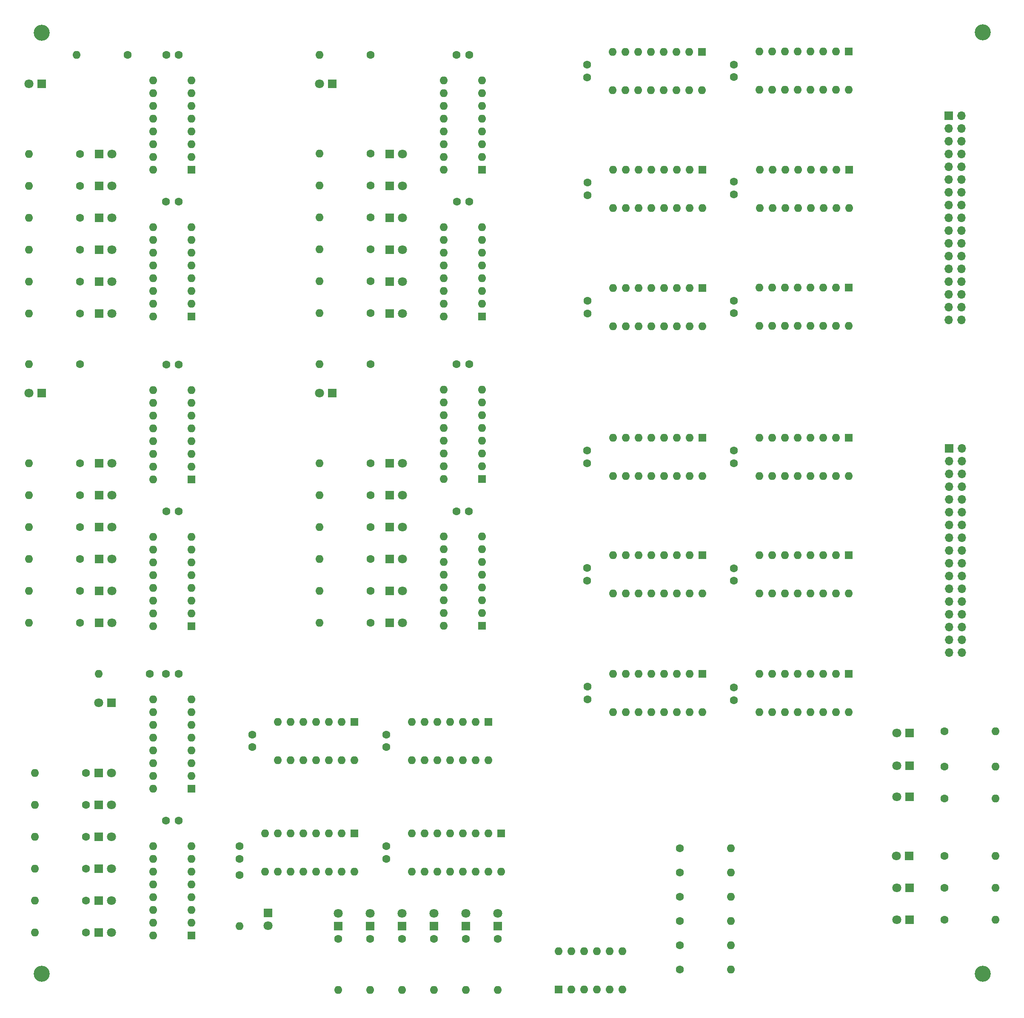
<source format=gbr>
%TF.GenerationSoftware,KiCad,Pcbnew,7.0.7*%
%TF.CreationDate,2023-10-17T23:07:55+09:00*%
%TF.ProjectId,data,64617461-2e6b-4696-9361-645f70636258,rev?*%
%TF.SameCoordinates,Original*%
%TF.FileFunction,Soldermask,Top*%
%TF.FilePolarity,Negative*%
%FSLAX46Y46*%
G04 Gerber Fmt 4.6, Leading zero omitted, Abs format (unit mm)*
G04 Created by KiCad (PCBNEW 7.0.7) date 2023-10-17 23:07:55*
%MOMM*%
%LPD*%
G01*
G04 APERTURE LIST*
%ADD10R,1.800000X1.800000*%
%ADD11C,1.800000*%
%ADD12R,1.600000X1.600000*%
%ADD13O,1.600000X1.600000*%
%ADD14C,1.600000*%
%ADD15C,3.200000*%
%ADD16R,1.700000X1.700000*%
%ADD17O,1.700000X1.700000*%
G04 APERTURE END LIST*
D10*
%TO.C,D28*%
X189235000Y-67310000D03*
D11*
X191775000Y-67310000D03*
%TD*%
D12*
%TO.C,U26*%
X266700000Y-161290000D03*
D13*
X264160000Y-161290000D03*
X261620000Y-161290000D03*
X259080000Y-161290000D03*
X256540000Y-161290000D03*
X254000000Y-161290000D03*
X251460000Y-161290000D03*
X251460000Y-168910000D03*
X254000000Y-168910000D03*
X256540000Y-168910000D03*
X259080000Y-168910000D03*
X261620000Y-168910000D03*
X264160000Y-168910000D03*
X266700000Y-168910000D03*
%TD*%
D14*
%TO.C,C21*%
X315575000Y-32980000D03*
X315575000Y-30480000D03*
%TD*%
%TO.C,R5*%
X262255000Y-204475000D03*
D13*
X262255000Y-214635000D03*
%TD*%
D14*
%TO.C,R8*%
X186640000Y-177830000D03*
D13*
X176480000Y-177830000D03*
%TD*%
D12*
%TO.C,U1*%
X207645000Y-80645000D03*
D13*
X207645000Y-78105000D03*
X207645000Y-75565000D03*
X207645000Y-73025000D03*
X207645000Y-70485000D03*
X207645000Y-67945000D03*
X207645000Y-65405000D03*
X207645000Y-62865000D03*
X200025000Y-62865000D03*
X200025000Y-65405000D03*
X200025000Y-67945000D03*
X200025000Y-70485000D03*
X200025000Y-73025000D03*
X200025000Y-75565000D03*
X200025000Y-78105000D03*
X200025000Y-80645000D03*
%TD*%
D10*
%TO.C,D3*%
X189180000Y-184180000D03*
D11*
X191720000Y-184180000D03*
%TD*%
D15*
%TO.C,H1*%
X177800000Y-24130000D03*
%TD*%
D10*
%TO.C,D30*%
X189235000Y-80010000D03*
D11*
X191775000Y-80010000D03*
%TD*%
D14*
%TO.C,C4*%
X202575000Y-90170000D03*
X205075000Y-90170000D03*
%TD*%
%TO.C,R29*%
X185420000Y-135245000D03*
D13*
X175260000Y-135245000D03*
%TD*%
D14*
%TO.C,C12*%
X217170000Y-188555000D03*
X217170000Y-186055000D03*
%TD*%
%TO.C,C22*%
X286385000Y-133215000D03*
X286385000Y-130715000D03*
%TD*%
D10*
%TO.C,D2*%
X189180000Y-177830000D03*
D11*
X191720000Y-177830000D03*
%TD*%
D12*
%TO.C,U8*%
X265440000Y-113020000D03*
D13*
X265440000Y-110480000D03*
X265440000Y-107940000D03*
X265440000Y-105400000D03*
X265440000Y-102860000D03*
X265440000Y-100320000D03*
X265440000Y-97780000D03*
X265440000Y-95240000D03*
X257820000Y-95240000D03*
X257820000Y-97780000D03*
X257820000Y-100320000D03*
X257820000Y-102860000D03*
X257820000Y-105400000D03*
X257820000Y-107940000D03*
X257820000Y-110480000D03*
X257820000Y-113020000D03*
%TD*%
D12*
%TO.C,U15*%
X338455000Y-74890000D03*
D13*
X335915000Y-74890000D03*
X333375000Y-74890000D03*
X330835000Y-74890000D03*
X328295000Y-74890000D03*
X325755000Y-74890000D03*
X323215000Y-74890000D03*
X320675000Y-74890000D03*
X320675000Y-82510000D03*
X323215000Y-82510000D03*
X325755000Y-82510000D03*
X328295000Y-82510000D03*
X330835000Y-82510000D03*
X333375000Y-82510000D03*
X335915000Y-82510000D03*
X338455000Y-82510000D03*
%TD*%
%TO.C,U7*%
X257820000Y-142230000D03*
X257820000Y-139690000D03*
X257820000Y-137150000D03*
X257820000Y-134610000D03*
X257820000Y-132070000D03*
X257820000Y-129530000D03*
X257820000Y-126990000D03*
X257820000Y-124450000D03*
X265440000Y-124450000D03*
X265440000Y-126990000D03*
X265440000Y-129530000D03*
X265440000Y-132070000D03*
X265440000Y-134610000D03*
X265440000Y-137150000D03*
X265440000Y-139690000D03*
D12*
X265440000Y-142230000D03*
%TD*%
D14*
%TO.C,C14*%
X219710000Y-166350000D03*
X219710000Y-163850000D03*
%TD*%
D10*
%TO.C,D19*%
X189225000Y-109845000D03*
D11*
X191765000Y-109845000D03*
%TD*%
D12*
%TO.C,U17*%
X309265000Y-51435000D03*
D13*
X306725000Y-51435000D03*
X304185000Y-51435000D03*
X301645000Y-51435000D03*
X299105000Y-51435000D03*
X296565000Y-51435000D03*
X294025000Y-51435000D03*
X291485000Y-51435000D03*
X291485000Y-59055000D03*
X294025000Y-59055000D03*
X296565000Y-59055000D03*
X299105000Y-59055000D03*
X301645000Y-59055000D03*
X304185000Y-59055000D03*
X306725000Y-59055000D03*
X309265000Y-59055000D03*
%TD*%
D14*
%TO.C,C5*%
X260400000Y-57775000D03*
X262900000Y-57775000D03*
%TD*%
%TO.C,R48*%
X217170000Y-191770000D03*
D13*
X217170000Y-201930000D03*
%TD*%
D12*
%TO.C,U14*%
X338465000Y-51395000D03*
D13*
X335925000Y-51395000D03*
X333385000Y-51395000D03*
X330845000Y-51395000D03*
X328305000Y-51395000D03*
X325765000Y-51395000D03*
X323225000Y-51395000D03*
X320685000Y-51395000D03*
X320685000Y-59015000D03*
X323225000Y-59015000D03*
X325765000Y-59015000D03*
X328305000Y-59015000D03*
X330845000Y-59015000D03*
X333385000Y-59015000D03*
X335925000Y-59015000D03*
X338465000Y-59015000D03*
%TD*%
D14*
%TO.C,C1*%
X202565000Y-57785000D03*
X205065000Y-57785000D03*
%TD*%
%TO.C,R10*%
X186640000Y-190530000D03*
D13*
X176480000Y-190530000D03*
%TD*%
D14*
%TO.C,C11*%
X246380000Y-188555000D03*
X246380000Y-186055000D03*
%TD*%
D10*
%TO.C,D27*%
X189235000Y-60960000D03*
D11*
X191775000Y-60960000D03*
%TD*%
D14*
%TO.C,R24*%
X243215000Y-80000000D03*
D13*
X233055000Y-80000000D03*
%TD*%
D10*
%TO.C,D4*%
X189180000Y-190530000D03*
D11*
X191720000Y-190530000D03*
%TD*%
D14*
%TO.C,C26*%
X315575000Y-109815000D03*
X315575000Y-107315000D03*
%TD*%
%TO.C,R51*%
X357505000Y-163195000D03*
D13*
X367665000Y-163195000D03*
%TD*%
D10*
%TO.C,D16*%
X247035000Y-67310000D03*
D11*
X249575000Y-67310000D03*
%TD*%
D12*
%TO.C,U2*%
X207635000Y-51445000D03*
D13*
X207635000Y-48905000D03*
X207635000Y-46365000D03*
X207635000Y-43825000D03*
X207635000Y-41285000D03*
X207635000Y-38745000D03*
X207635000Y-36205000D03*
X207635000Y-33665000D03*
X200015000Y-33665000D03*
X200015000Y-36205000D03*
X200015000Y-38745000D03*
X200015000Y-41285000D03*
X200015000Y-43825000D03*
X200015000Y-46365000D03*
X200015000Y-48905000D03*
X200015000Y-51445000D03*
%TD*%
D14*
%TO.C,R32*%
X185420000Y-54610000D03*
D13*
X175260000Y-54610000D03*
%TD*%
D12*
%TO.C,U12*%
X240030000Y-183515000D03*
D13*
X237490000Y-183515000D03*
X234950000Y-183515000D03*
X232410000Y-183515000D03*
X229870000Y-183515000D03*
X227330000Y-183515000D03*
X224790000Y-183515000D03*
X222250000Y-183515000D03*
X222250000Y-191135000D03*
X224790000Y-191135000D03*
X227330000Y-191135000D03*
X229870000Y-191135000D03*
X232410000Y-191135000D03*
X234950000Y-191135000D03*
X237490000Y-191135000D03*
X240030000Y-191135000D03*
%TD*%
D10*
%TO.C,D47*%
X350520000Y-194310000D03*
D11*
X347980000Y-194310000D03*
%TD*%
D14*
%TO.C,R40*%
X304800000Y-200914000D03*
D13*
X314960000Y-200914000D03*
%TD*%
D14*
%TO.C,R18*%
X243215000Y-141595000D03*
D13*
X233055000Y-141595000D03*
%TD*%
D10*
%TO.C,D25*%
X189235000Y-48260000D03*
D11*
X191775000Y-48260000D03*
%TD*%
D14*
%TO.C,R7*%
X186640000Y-171480000D03*
D13*
X176480000Y-171480000D03*
%TD*%
D12*
%TO.C,U24*%
X309275000Y-151765000D03*
D13*
X306735000Y-151765000D03*
X304195000Y-151765000D03*
X301655000Y-151765000D03*
X299115000Y-151765000D03*
X296575000Y-151765000D03*
X294035000Y-151765000D03*
X291495000Y-151765000D03*
X291495000Y-159385000D03*
X294035000Y-159385000D03*
X296575000Y-159385000D03*
X299115000Y-159385000D03*
X301655000Y-159385000D03*
X304195000Y-159385000D03*
X306735000Y-159385000D03*
X309275000Y-159385000D03*
%TD*%
D14*
%TO.C,R19*%
X243215000Y-48250000D03*
D13*
X233055000Y-48250000D03*
%TD*%
D10*
%TO.C,D15*%
X247035000Y-60960000D03*
D11*
X249575000Y-60960000D03*
%TD*%
D14*
%TO.C,C2*%
X202605000Y-28575000D03*
X205105000Y-28575000D03*
%TD*%
%TO.C,C9*%
X202565000Y-180995000D03*
X205065000Y-180995000D03*
%TD*%
D10*
%TO.C,D31*%
X236855000Y-201935000D03*
D11*
X236855000Y-199395000D03*
%TD*%
D14*
%TO.C,R31*%
X185420000Y-48260000D03*
D13*
X175260000Y-48260000D03*
%TD*%
D10*
%TO.C,D45*%
X350520000Y-163500000D03*
D11*
X347980000Y-163500000D03*
%TD*%
D14*
%TO.C,C15*%
X286405000Y-156835000D03*
X286405000Y-154335000D03*
%TD*%
D12*
%TO.C,U23*%
X309255000Y-128145000D03*
D13*
X306715000Y-128145000D03*
X304175000Y-128145000D03*
X301635000Y-128145000D03*
X299095000Y-128145000D03*
X296555000Y-128145000D03*
X294015000Y-128145000D03*
X291475000Y-128145000D03*
X291475000Y-135765000D03*
X294015000Y-135765000D03*
X296555000Y-135765000D03*
X299095000Y-135765000D03*
X301635000Y-135765000D03*
X304175000Y-135765000D03*
X306715000Y-135765000D03*
X309255000Y-135765000D03*
%TD*%
D14*
%TO.C,R41*%
X304800000Y-205740000D03*
D13*
X314960000Y-205740000D03*
%TD*%
D15*
%TO.C,H2*%
X177800000Y-211455000D03*
%TD*%
D10*
%TO.C,D24*%
X189230000Y-141595000D03*
D11*
X191770000Y-141595000D03*
%TD*%
D10*
%TO.C,D13*%
X247035000Y-48260000D03*
D11*
X249575000Y-48260000D03*
%TD*%
D14*
%TO.C,R3*%
X249555000Y-204475000D03*
D13*
X249555000Y-214635000D03*
%TD*%
D14*
%TO.C,R45*%
X243220000Y-28575000D03*
D13*
X233060000Y-28575000D03*
%TD*%
D14*
%TO.C,C6*%
X260390000Y-28575000D03*
X262890000Y-28575000D03*
%TD*%
%TO.C,R28*%
X185420000Y-128895000D03*
D13*
X175260000Y-128895000D03*
%TD*%
D14*
%TO.C,R21*%
X243215000Y-60950000D03*
D13*
X233055000Y-60950000D03*
%TD*%
D12*
%TO.C,U19*%
X338445000Y-104775000D03*
D13*
X335905000Y-104775000D03*
X333365000Y-104775000D03*
X330825000Y-104775000D03*
X328285000Y-104775000D03*
X325745000Y-104775000D03*
X323205000Y-104775000D03*
X320665000Y-104775000D03*
X320665000Y-112395000D03*
X323205000Y-112395000D03*
X325745000Y-112395000D03*
X328285000Y-112395000D03*
X330825000Y-112395000D03*
X333365000Y-112395000D03*
X335905000Y-112395000D03*
X338445000Y-112395000D03*
%TD*%
D10*
%TO.C,D20*%
X189225000Y-116195000D03*
D11*
X191765000Y-116195000D03*
%TD*%
D14*
%TO.C,R22*%
X243215000Y-67300000D03*
D13*
X233055000Y-67300000D03*
%TD*%
D10*
%TO.C,D5*%
X189180000Y-196880000D03*
D11*
X191720000Y-196880000D03*
%TD*%
D16*
%TO.C,J2*%
X358368600Y-106908600D03*
D17*
X360908600Y-106908600D03*
X358368600Y-109448600D03*
X360908600Y-109448600D03*
X358368600Y-111988600D03*
X360908600Y-111988600D03*
X358368600Y-114528600D03*
X360908600Y-114528600D03*
X358368600Y-117068600D03*
X360908600Y-117068600D03*
X358368600Y-119608600D03*
X360908600Y-119608600D03*
X358368600Y-122148600D03*
X360908600Y-122148600D03*
X358368600Y-124688600D03*
X360908600Y-124688600D03*
X358368600Y-127228600D03*
X360908600Y-127228600D03*
X358368600Y-129768600D03*
X360908600Y-129768600D03*
X358368600Y-132308600D03*
X360908600Y-132308600D03*
X358368600Y-134848600D03*
X360908600Y-134848600D03*
X358368600Y-137388600D03*
X360908600Y-137388600D03*
X358368600Y-139928600D03*
X360908600Y-139928600D03*
X358368600Y-142468600D03*
X360908600Y-142468600D03*
X358368600Y-145008600D03*
X360908600Y-145008600D03*
X358368600Y-147548600D03*
X360908600Y-147548600D03*
%TD*%
D10*
%TO.C,D23*%
X189230000Y-135245000D03*
D11*
X191770000Y-135245000D03*
%TD*%
D14*
%TO.C,R44*%
X185420000Y-90160000D03*
D13*
X175260000Y-90160000D03*
%TD*%
D12*
%TO.C,U25*%
X240030000Y-161300000D03*
D13*
X237490000Y-161300000D03*
X234950000Y-161300000D03*
X232410000Y-161300000D03*
X229870000Y-161300000D03*
X227330000Y-161300000D03*
X224790000Y-161300000D03*
X224790000Y-168920000D03*
X227330000Y-168920000D03*
X229870000Y-168920000D03*
X232410000Y-168920000D03*
X234950000Y-168920000D03*
X237490000Y-168920000D03*
X240030000Y-168920000D03*
%TD*%
D15*
%TO.C,H3*%
X365093100Y-24098100D03*
%TD*%
D12*
%TO.C,U11*%
X269240000Y-183515000D03*
D13*
X266700000Y-183515000D03*
X264160000Y-183515000D03*
X261620000Y-183515000D03*
X259080000Y-183515000D03*
X256540000Y-183515000D03*
X254000000Y-183515000D03*
X251460000Y-183515000D03*
X251460000Y-191135000D03*
X254000000Y-191135000D03*
X256540000Y-191135000D03*
X259080000Y-191135000D03*
X261620000Y-191135000D03*
X264160000Y-191135000D03*
X266700000Y-191135000D03*
X269240000Y-191135000D03*
%TD*%
D12*
%TO.C,U9*%
X207595000Y-203865000D03*
D13*
X207595000Y-201325000D03*
X207595000Y-198785000D03*
X207595000Y-196245000D03*
X207595000Y-193705000D03*
X207595000Y-191165000D03*
X207595000Y-188625000D03*
X207595000Y-186085000D03*
X199975000Y-186085000D03*
X199975000Y-188625000D03*
X199975000Y-191165000D03*
X199975000Y-193705000D03*
X199975000Y-196245000D03*
X199975000Y-198785000D03*
X199975000Y-201325000D03*
X199975000Y-203865000D03*
%TD*%
D14*
%TO.C,C19*%
X315595000Y-79970000D03*
X315595000Y-77470000D03*
%TD*%
D10*
%TO.C,D38*%
X177800000Y-95875000D03*
D11*
X175260000Y-95875000D03*
%TD*%
D14*
%TO.C,C25*%
X315575000Y-133225000D03*
X315575000Y-130725000D03*
%TD*%
D10*
%TO.C,D39*%
X235600000Y-34290000D03*
D11*
X233060000Y-34290000D03*
%TD*%
D12*
%TO.C,U10*%
X207595000Y-174655000D03*
D13*
X207595000Y-172115000D03*
X207595000Y-169575000D03*
X207595000Y-167035000D03*
X207595000Y-164495000D03*
X207595000Y-161955000D03*
X207595000Y-159415000D03*
X207595000Y-156875000D03*
X199975000Y-156875000D03*
X199975000Y-159415000D03*
X199975000Y-161955000D03*
X199975000Y-164495000D03*
X199975000Y-167035000D03*
X199975000Y-169575000D03*
X199975000Y-172115000D03*
X199975000Y-174655000D03*
%TD*%
D14*
%TO.C,C24*%
X315585000Y-157010000D03*
X315585000Y-154510000D03*
%TD*%
D12*
%TO.C,U18*%
X309265000Y-74930000D03*
D13*
X306725000Y-74930000D03*
X304185000Y-74930000D03*
X301645000Y-74930000D03*
X299105000Y-74930000D03*
X296565000Y-74930000D03*
X294025000Y-74930000D03*
X291485000Y-74930000D03*
X291485000Y-82550000D03*
X294025000Y-82550000D03*
X296565000Y-82550000D03*
X299105000Y-82550000D03*
X301645000Y-82550000D03*
X304185000Y-82550000D03*
X306725000Y-82550000D03*
X309265000Y-82550000D03*
%TD*%
D14*
%TO.C,R33*%
X185420000Y-60960000D03*
D13*
X175260000Y-60960000D03*
%TD*%
D14*
%TO.C,R38*%
X304800000Y-191262000D03*
D13*
X314960000Y-191262000D03*
%TD*%
D10*
%TO.C,D11*%
X247020000Y-135245000D03*
D11*
X249560000Y-135245000D03*
%TD*%
D14*
%TO.C,R11*%
X186640000Y-196880000D03*
D13*
X176480000Y-196880000D03*
%TD*%
D14*
%TO.C,C10*%
X202525000Y-151785000D03*
X205025000Y-151785000D03*
%TD*%
%TO.C,R36*%
X185420000Y-80010000D03*
D13*
X175260000Y-80010000D03*
%TD*%
D14*
%TO.C,R47*%
X199340000Y-151795000D03*
D13*
X189180000Y-151795000D03*
%TD*%
D10*
%TO.C,D33*%
X249555000Y-201935000D03*
D11*
X249555000Y-199395000D03*
%TD*%
D12*
%TO.C,U20*%
X338445000Y-128155000D03*
D13*
X335905000Y-128155000D03*
X333365000Y-128155000D03*
X330825000Y-128155000D03*
X328285000Y-128155000D03*
X325745000Y-128155000D03*
X323205000Y-128155000D03*
X320665000Y-128155000D03*
X320665000Y-135775000D03*
X323205000Y-135775000D03*
X325745000Y-135775000D03*
X328285000Y-135775000D03*
X330825000Y-135775000D03*
X333365000Y-135775000D03*
X335905000Y-135775000D03*
X338445000Y-135775000D03*
%TD*%
D16*
%TO.C,J1*%
X358317800Y-40640000D03*
D17*
X360857800Y-40640000D03*
X358317800Y-43180000D03*
X360857800Y-43180000D03*
X358317800Y-45720000D03*
X360857800Y-45720000D03*
X358317800Y-48260000D03*
X360857800Y-48260000D03*
X358317800Y-50800000D03*
X360857800Y-50800000D03*
X358317800Y-53340000D03*
X360857800Y-53340000D03*
X358317800Y-55880000D03*
X360857800Y-55880000D03*
X358317800Y-58420000D03*
X360857800Y-58420000D03*
X358317800Y-60960000D03*
X360857800Y-60960000D03*
X358317800Y-63500000D03*
X360857800Y-63500000D03*
X358317800Y-66040000D03*
X360857800Y-66040000D03*
X358317800Y-68580000D03*
X360857800Y-68580000D03*
X358317800Y-71120000D03*
X360857800Y-71120000D03*
X358317800Y-73660000D03*
X360857800Y-73660000D03*
X358317800Y-76200000D03*
X360857800Y-76200000D03*
X358317800Y-78740000D03*
X360857800Y-78740000D03*
X358317800Y-81280000D03*
X360857800Y-81280000D03*
%TD*%
D10*
%TO.C,D40*%
X235600000Y-95875000D03*
D11*
X233060000Y-95875000D03*
%TD*%
D10*
%TO.C,D46*%
X350520000Y-200660000D03*
D11*
X347980000Y-200660000D03*
%TD*%
D14*
%TO.C,C23*%
X286385000Y-109845000D03*
X286385000Y-107345000D03*
%TD*%
%TO.C,R34*%
X185420000Y-67310000D03*
D13*
X175260000Y-67310000D03*
%TD*%
D10*
%TO.C,D17*%
X247035000Y-73660000D03*
D11*
X249575000Y-73660000D03*
%TD*%
D12*
%TO.C,U6*%
X265430000Y-51435000D03*
D13*
X265430000Y-48895000D03*
X265430000Y-46355000D03*
X265430000Y-43815000D03*
X265430000Y-41275000D03*
X265430000Y-38735000D03*
X265430000Y-36195000D03*
X265430000Y-33655000D03*
X257810000Y-33655000D03*
X257810000Y-36195000D03*
X257810000Y-38735000D03*
X257810000Y-41275000D03*
X257810000Y-43815000D03*
X257810000Y-46355000D03*
X257810000Y-48895000D03*
X257810000Y-51435000D03*
%TD*%
D10*
%TO.C,D36*%
X268605000Y-201935000D03*
D11*
X268605000Y-199395000D03*
%TD*%
D14*
%TO.C,R50*%
X357505000Y-170180000D03*
D13*
X367665000Y-170180000D03*
%TD*%
D14*
%TO.C,R13*%
X243215000Y-109845000D03*
D13*
X233055000Y-109845000D03*
%TD*%
D10*
%TO.C,D29*%
X189235000Y-73660000D03*
D11*
X191775000Y-73660000D03*
%TD*%
D14*
%TO.C,R20*%
X243215000Y-54600000D03*
D13*
X233055000Y-54600000D03*
%TD*%
D10*
%TO.C,D37*%
X177800000Y-34290000D03*
D11*
X175260000Y-34290000D03*
%TD*%
D14*
%TO.C,R12*%
X186640000Y-203230000D03*
D13*
X176480000Y-203230000D03*
%TD*%
D14*
%TO.C,C7*%
X260350000Y-119380000D03*
X262850000Y-119380000D03*
%TD*%
D10*
%TO.C,D35*%
X262255000Y-201935000D03*
D11*
X262255000Y-199395000D03*
%TD*%
D14*
%TO.C,C13*%
X246375000Y-166360000D03*
X246375000Y-163860000D03*
%TD*%
%TO.C,R39*%
X304800000Y-196088000D03*
D13*
X314960000Y-196088000D03*
%TD*%
D14*
%TO.C,R9*%
X186640000Y-184180000D03*
D13*
X176480000Y-184180000D03*
%TD*%
D12*
%TO.C,SW1*%
X280670000Y-214620000D03*
D13*
X283210000Y-214620000D03*
X285750000Y-214620000D03*
X288290000Y-214620000D03*
X290830000Y-214620000D03*
X293370000Y-214620000D03*
X293370000Y-207000000D03*
X290830000Y-207000000D03*
X288290000Y-207000000D03*
X285750000Y-207000000D03*
X283210000Y-207000000D03*
X280670000Y-207000000D03*
%TD*%
D10*
%TO.C,D22*%
X189230000Y-128895000D03*
D11*
X191770000Y-128895000D03*
%TD*%
D14*
%TO.C,R46*%
X243215000Y-90160000D03*
D13*
X233055000Y-90160000D03*
%TD*%
D14*
%TO.C,R16*%
X243215000Y-128895000D03*
D13*
X233055000Y-128895000D03*
%TD*%
D14*
%TO.C,R27*%
X185420000Y-122545000D03*
D13*
X175260000Y-122545000D03*
%TD*%
D14*
%TO.C,R26*%
X185420000Y-116195000D03*
D13*
X175260000Y-116195000D03*
%TD*%
D14*
%TO.C,R1*%
X236855000Y-204475000D03*
D13*
X236855000Y-214635000D03*
%TD*%
D10*
%TO.C,D44*%
X350520000Y-170015000D03*
D11*
X347980000Y-170015000D03*
%TD*%
D10*
%TO.C,D32*%
X243205000Y-201935000D03*
D11*
X243205000Y-199395000D03*
%TD*%
D10*
%TO.C,D43*%
X350520000Y-176200000D03*
D11*
X347980000Y-176200000D03*
%TD*%
D12*
%TO.C,U4*%
X207635000Y-113030000D03*
D13*
X207635000Y-110490000D03*
X207635000Y-107950000D03*
X207635000Y-105410000D03*
X207635000Y-102870000D03*
X207635000Y-100330000D03*
X207635000Y-97790000D03*
X207635000Y-95250000D03*
X200015000Y-95250000D03*
X200015000Y-97790000D03*
X200015000Y-100330000D03*
X200015000Y-102870000D03*
X200015000Y-105410000D03*
X200015000Y-107950000D03*
X200015000Y-110490000D03*
X200015000Y-113030000D03*
%TD*%
D10*
%TO.C,D21*%
X189225000Y-122545000D03*
D11*
X191765000Y-122545000D03*
%TD*%
D14*
%TO.C,R49*%
X357505000Y-176530000D03*
D13*
X367665000Y-176530000D03*
%TD*%
D10*
%TO.C,D8*%
X247020000Y-116195000D03*
D11*
X249560000Y-116195000D03*
%TD*%
D14*
%TO.C,R35*%
X185420000Y-73660000D03*
D13*
X175260000Y-73660000D03*
%TD*%
D10*
%TO.C,D10*%
X247020000Y-128895000D03*
D11*
X249560000Y-128895000D03*
%TD*%
D10*
%TO.C,D34*%
X255905000Y-201935000D03*
D11*
X255905000Y-199395000D03*
%TD*%
D14*
%TO.C,R23*%
X243215000Y-73650000D03*
D13*
X233055000Y-73650000D03*
%TD*%
D14*
%TO.C,R2*%
X243205000Y-204475000D03*
D13*
X243205000Y-214635000D03*
%TD*%
D14*
%TO.C,C17*%
X286405000Y-56515000D03*
X286405000Y-54015000D03*
%TD*%
D15*
%TO.C,H4*%
X365125000Y-211455000D03*
%TD*%
D10*
%TO.C,D6*%
X189180000Y-203230000D03*
D11*
X191720000Y-203230000D03*
%TD*%
D10*
%TO.C,D26*%
X189235000Y-54610000D03*
D11*
X191775000Y-54610000D03*
%TD*%
D12*
%TO.C,U22*%
X309255000Y-104775000D03*
D13*
X306715000Y-104775000D03*
X304175000Y-104775000D03*
X301635000Y-104775000D03*
X299095000Y-104775000D03*
X296555000Y-104775000D03*
X294015000Y-104775000D03*
X291475000Y-104775000D03*
X291475000Y-112395000D03*
X294015000Y-112395000D03*
X296555000Y-112395000D03*
X299095000Y-112395000D03*
X301635000Y-112395000D03*
X304175000Y-112395000D03*
X306715000Y-112395000D03*
X309255000Y-112395000D03*
%TD*%
D14*
%TO.C,R4*%
X255905000Y-204475000D03*
D13*
X255905000Y-214635000D03*
%TD*%
D14*
%TO.C,C8*%
X260360000Y-90160000D03*
X262860000Y-90160000D03*
%TD*%
%TO.C,R14*%
X243215000Y-116195000D03*
D13*
X233055000Y-116195000D03*
%TD*%
D14*
%TO.C,R54*%
X357505000Y-187960000D03*
D13*
X367665000Y-187960000D03*
%TD*%
D14*
%TO.C,R52*%
X357505000Y-200660000D03*
D13*
X367665000Y-200660000D03*
%TD*%
D14*
%TO.C,R6*%
X268605000Y-204475000D03*
D13*
X268605000Y-214635000D03*
%TD*%
D12*
%TO.C,U5*%
X265440000Y-80635000D03*
D13*
X265440000Y-78095000D03*
X265440000Y-75555000D03*
X265440000Y-73015000D03*
X265440000Y-70475000D03*
X265440000Y-67935000D03*
X265440000Y-65395000D03*
X265440000Y-62855000D03*
X257820000Y-62855000D03*
X257820000Y-65395000D03*
X257820000Y-67935000D03*
X257820000Y-70475000D03*
X257820000Y-73015000D03*
X257820000Y-75555000D03*
X257820000Y-78095000D03*
X257820000Y-80635000D03*
%TD*%
D14*
%TO.C,R53*%
X357505000Y-194310000D03*
D13*
X367665000Y-194310000D03*
%TD*%
D10*
%TO.C,D41*%
X191725000Y-157510000D03*
D11*
X189185000Y-157510000D03*
%TD*%
D14*
%TO.C,R42*%
X304800000Y-210566000D03*
D13*
X314960000Y-210566000D03*
%TD*%
D14*
%TO.C,R17*%
X243215000Y-135245000D03*
D13*
X233055000Y-135245000D03*
%TD*%
D12*
%TO.C,U3*%
X207635000Y-142240000D03*
D13*
X207635000Y-139700000D03*
X207635000Y-137160000D03*
X207635000Y-134620000D03*
X207635000Y-132080000D03*
X207635000Y-129540000D03*
X207635000Y-127000000D03*
X207635000Y-124460000D03*
X200015000Y-124460000D03*
X200015000Y-127000000D03*
X200015000Y-129540000D03*
X200015000Y-132080000D03*
X200015000Y-134620000D03*
X200015000Y-137160000D03*
X200015000Y-139700000D03*
X200015000Y-142240000D03*
%TD*%
D12*
%TO.C,U13*%
X338435000Y-27900000D03*
D13*
X335895000Y-27900000D03*
X333355000Y-27900000D03*
X330815000Y-27900000D03*
X328275000Y-27900000D03*
X325735000Y-27900000D03*
X323195000Y-27900000D03*
X320655000Y-27900000D03*
X320655000Y-35520000D03*
X323195000Y-35520000D03*
X325735000Y-35520000D03*
X328275000Y-35520000D03*
X330815000Y-35520000D03*
X333355000Y-35520000D03*
X335895000Y-35520000D03*
X338435000Y-35520000D03*
%TD*%
D14*
%TO.C,C20*%
X315575000Y-56310000D03*
X315575000Y-53810000D03*
%TD*%
D10*
%TO.C,D18*%
X247035000Y-80010000D03*
D11*
X249575000Y-80010000D03*
%TD*%
D14*
%TO.C,R30*%
X185420000Y-141595000D03*
D13*
X175260000Y-141595000D03*
%TD*%
D14*
%TO.C,C18*%
X286385000Y-33020000D03*
X286385000Y-30520000D03*
%TD*%
%TO.C,R15*%
X243215000Y-122545000D03*
D13*
X233055000Y-122545000D03*
%TD*%
D10*
%TO.C,D14*%
X247035000Y-54610000D03*
D11*
X249575000Y-54610000D03*
%TD*%
D14*
%TO.C,R25*%
X185420000Y-109845000D03*
D13*
X175260000Y-109845000D03*
%TD*%
D12*
%TO.C,U21*%
X338455000Y-151765000D03*
D13*
X335915000Y-151765000D03*
X333375000Y-151765000D03*
X330835000Y-151765000D03*
X328295000Y-151765000D03*
X325755000Y-151765000D03*
X323215000Y-151765000D03*
X320675000Y-151765000D03*
X320675000Y-159385000D03*
X323215000Y-159385000D03*
X325755000Y-159385000D03*
X328295000Y-159385000D03*
X330835000Y-159385000D03*
X333375000Y-159385000D03*
X335915000Y-159385000D03*
X338455000Y-159385000D03*
%TD*%
D10*
%TO.C,D7*%
X247020000Y-109845000D03*
D11*
X249560000Y-109845000D03*
%TD*%
D10*
%TO.C,D1*%
X189180000Y-171480000D03*
D11*
X191720000Y-171480000D03*
%TD*%
D14*
%TO.C,R43*%
X194945000Y-28575000D03*
D13*
X184785000Y-28575000D03*
%TD*%
D12*
%TO.C,U16*%
X309245000Y-27940000D03*
D13*
X306705000Y-27940000D03*
X304165000Y-27940000D03*
X301625000Y-27940000D03*
X299085000Y-27940000D03*
X296545000Y-27940000D03*
X294005000Y-27940000D03*
X291465000Y-27940000D03*
X291465000Y-35560000D03*
X294005000Y-35560000D03*
X296545000Y-35560000D03*
X299085000Y-35560000D03*
X301625000Y-35560000D03*
X304165000Y-35560000D03*
X306705000Y-35560000D03*
X309245000Y-35560000D03*
%TD*%
D10*
%TO.C,D9*%
X247020000Y-122545000D03*
D11*
X249560000Y-122545000D03*
%TD*%
D10*
%TO.C,D42*%
X222885000Y-199385000D03*
D11*
X222885000Y-201925000D03*
%TD*%
D10*
%TO.C,D12*%
X247020000Y-141595000D03*
D11*
X249560000Y-141595000D03*
%TD*%
D10*
%TO.C,D48*%
X350405000Y-187960000D03*
D11*
X347865000Y-187960000D03*
%TD*%
D14*
%TO.C,C16*%
X286405000Y-80010000D03*
X286405000Y-77510000D03*
%TD*%
%TO.C,C3*%
X202595000Y-119380000D03*
X205095000Y-119380000D03*
%TD*%
%TO.C,R37*%
X304800000Y-186436000D03*
D13*
X314960000Y-186436000D03*
%TD*%
M02*

</source>
